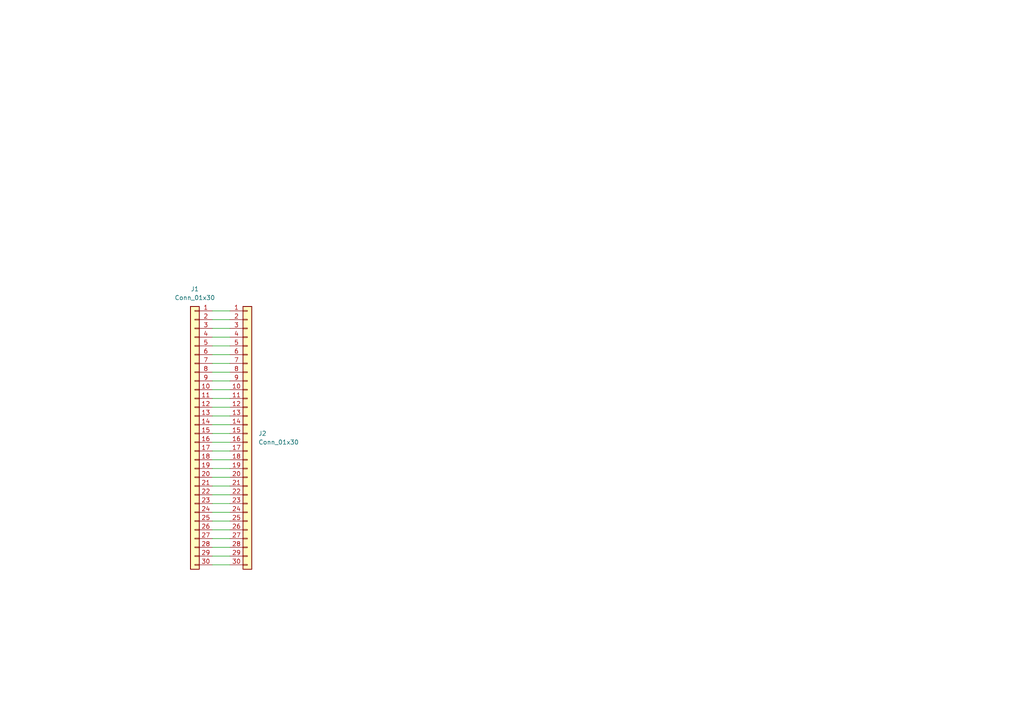
<source format=kicad_sch>
(kicad_sch (version 20211123) (generator eeschema)

  (uuid 9b0d74b7-4e6e-46e6-aad6-8c0e62e07c61)

  (paper "A4")

  (lib_symbols
    (symbol "Connector_Generic:Conn_01x30" (pin_names (offset 1.016) hide) (in_bom yes) (on_board yes)
      (property "Reference" "J" (id 0) (at 0 38.1 0)
        (effects (font (size 1.27 1.27)))
      )
      (property "Value" "Conn_01x30" (id 1) (at 0 -40.64 0)
        (effects (font (size 1.27 1.27)))
      )
      (property "Footprint" "" (id 2) (at 0 0 0)
        (effects (font (size 1.27 1.27)) hide)
      )
      (property "Datasheet" "~" (id 3) (at 0 0 0)
        (effects (font (size 1.27 1.27)) hide)
      )
      (property "ki_keywords" "connector" (id 4) (at 0 0 0)
        (effects (font (size 1.27 1.27)) hide)
      )
      (property "ki_description" "Generic connector, single row, 01x30, script generated (kicad-library-utils/schlib/autogen/connector/)" (id 5) (at 0 0 0)
        (effects (font (size 1.27 1.27)) hide)
      )
      (property "ki_fp_filters" "Connector*:*_1x??_*" (id 6) (at 0 0 0)
        (effects (font (size 1.27 1.27)) hide)
      )
      (symbol "Conn_01x30_1_1"
        (rectangle (start -1.27 -37.973) (end 0 -38.227)
          (stroke (width 0.1524) (type default) (color 0 0 0 0))
          (fill (type none))
        )
        (rectangle (start -1.27 -35.433) (end 0 -35.687)
          (stroke (width 0.1524) (type default) (color 0 0 0 0))
          (fill (type none))
        )
        (rectangle (start -1.27 -32.893) (end 0 -33.147)
          (stroke (width 0.1524) (type default) (color 0 0 0 0))
          (fill (type none))
        )
        (rectangle (start -1.27 -30.353) (end 0 -30.607)
          (stroke (width 0.1524) (type default) (color 0 0 0 0))
          (fill (type none))
        )
        (rectangle (start -1.27 -27.813) (end 0 -28.067)
          (stroke (width 0.1524) (type default) (color 0 0 0 0))
          (fill (type none))
        )
        (rectangle (start -1.27 -25.273) (end 0 -25.527)
          (stroke (width 0.1524) (type default) (color 0 0 0 0))
          (fill (type none))
        )
        (rectangle (start -1.27 -22.733) (end 0 -22.987)
          (stroke (width 0.1524) (type default) (color 0 0 0 0))
          (fill (type none))
        )
        (rectangle (start -1.27 -20.193) (end 0 -20.447)
          (stroke (width 0.1524) (type default) (color 0 0 0 0))
          (fill (type none))
        )
        (rectangle (start -1.27 -17.653) (end 0 -17.907)
          (stroke (width 0.1524) (type default) (color 0 0 0 0))
          (fill (type none))
        )
        (rectangle (start -1.27 -15.113) (end 0 -15.367)
          (stroke (width 0.1524) (type default) (color 0 0 0 0))
          (fill (type none))
        )
        (rectangle (start -1.27 -12.573) (end 0 -12.827)
          (stroke (width 0.1524) (type default) (color 0 0 0 0))
          (fill (type none))
        )
        (rectangle (start -1.27 -10.033) (end 0 -10.287)
          (stroke (width 0.1524) (type default) (color 0 0 0 0))
          (fill (type none))
        )
        (rectangle (start -1.27 -7.493) (end 0 -7.747)
          (stroke (width 0.1524) (type default) (color 0 0 0 0))
          (fill (type none))
        )
        (rectangle (start -1.27 -4.953) (end 0 -5.207)
          (stroke (width 0.1524) (type default) (color 0 0 0 0))
          (fill (type none))
        )
        (rectangle (start -1.27 -2.413) (end 0 -2.667)
          (stroke (width 0.1524) (type default) (color 0 0 0 0))
          (fill (type none))
        )
        (rectangle (start -1.27 0.127) (end 0 -0.127)
          (stroke (width 0.1524) (type default) (color 0 0 0 0))
          (fill (type none))
        )
        (rectangle (start -1.27 2.667) (end 0 2.413)
          (stroke (width 0.1524) (type default) (color 0 0 0 0))
          (fill (type none))
        )
        (rectangle (start -1.27 5.207) (end 0 4.953)
          (stroke (width 0.1524) (type default) (color 0 0 0 0))
          (fill (type none))
        )
        (rectangle (start -1.27 7.747) (end 0 7.493)
          (stroke (width 0.1524) (type default) (color 0 0 0 0))
          (fill (type none))
        )
        (rectangle (start -1.27 10.287) (end 0 10.033)
          (stroke (width 0.1524) (type default) (color 0 0 0 0))
          (fill (type none))
        )
        (rectangle (start -1.27 12.827) (end 0 12.573)
          (stroke (width 0.1524) (type default) (color 0 0 0 0))
          (fill (type none))
        )
        (rectangle (start -1.27 15.367) (end 0 15.113)
          (stroke (width 0.1524) (type default) (color 0 0 0 0))
          (fill (type none))
        )
        (rectangle (start -1.27 17.907) (end 0 17.653)
          (stroke (width 0.1524) (type default) (color 0 0 0 0))
          (fill (type none))
        )
        (rectangle (start -1.27 20.447) (end 0 20.193)
          (stroke (width 0.1524) (type default) (color 0 0 0 0))
          (fill (type none))
        )
        (rectangle (start -1.27 22.987) (end 0 22.733)
          (stroke (width 0.1524) (type default) (color 0 0 0 0))
          (fill (type none))
        )
        (rectangle (start -1.27 25.527) (end 0 25.273)
          (stroke (width 0.1524) (type default) (color 0 0 0 0))
          (fill (type none))
        )
        (rectangle (start -1.27 28.067) (end 0 27.813)
          (stroke (width 0.1524) (type default) (color 0 0 0 0))
          (fill (type none))
        )
        (rectangle (start -1.27 30.607) (end 0 30.353)
          (stroke (width 0.1524) (type default) (color 0 0 0 0))
          (fill (type none))
        )
        (rectangle (start -1.27 33.147) (end 0 32.893)
          (stroke (width 0.1524) (type default) (color 0 0 0 0))
          (fill (type none))
        )
        (rectangle (start -1.27 35.687) (end 0 35.433)
          (stroke (width 0.1524) (type default) (color 0 0 0 0))
          (fill (type none))
        )
        (rectangle (start -1.27 36.83) (end 1.27 -39.37)
          (stroke (width 0.254) (type default) (color 0 0 0 0))
          (fill (type background))
        )
        (pin passive line (at -5.08 35.56 0) (length 3.81)
          (name "Pin_1" (effects (font (size 1.27 1.27))))
          (number "1" (effects (font (size 1.27 1.27))))
        )
        (pin passive line (at -5.08 12.7 0) (length 3.81)
          (name "Pin_10" (effects (font (size 1.27 1.27))))
          (number "10" (effects (font (size 1.27 1.27))))
        )
        (pin passive line (at -5.08 10.16 0) (length 3.81)
          (name "Pin_11" (effects (font (size 1.27 1.27))))
          (number "11" (effects (font (size 1.27 1.27))))
        )
        (pin passive line (at -5.08 7.62 0) (length 3.81)
          (name "Pin_12" (effects (font (size 1.27 1.27))))
          (number "12" (effects (font (size 1.27 1.27))))
        )
        (pin passive line (at -5.08 5.08 0) (length 3.81)
          (name "Pin_13" (effects (font (size 1.27 1.27))))
          (number "13" (effects (font (size 1.27 1.27))))
        )
        (pin passive line (at -5.08 2.54 0) (length 3.81)
          (name "Pin_14" (effects (font (size 1.27 1.27))))
          (number "14" (effects (font (size 1.27 1.27))))
        )
        (pin passive line (at -5.08 0 0) (length 3.81)
          (name "Pin_15" (effects (font (size 1.27 1.27))))
          (number "15" (effects (font (size 1.27 1.27))))
        )
        (pin passive line (at -5.08 -2.54 0) (length 3.81)
          (name "Pin_16" (effects (font (size 1.27 1.27))))
          (number "16" (effects (font (size 1.27 1.27))))
        )
        (pin passive line (at -5.08 -5.08 0) (length 3.81)
          (name "Pin_17" (effects (font (size 1.27 1.27))))
          (number "17" (effects (font (size 1.27 1.27))))
        )
        (pin passive line (at -5.08 -7.62 0) (length 3.81)
          (name "Pin_18" (effects (font (size 1.27 1.27))))
          (number "18" (effects (font (size 1.27 1.27))))
        )
        (pin passive line (at -5.08 -10.16 0) (length 3.81)
          (name "Pin_19" (effects (font (size 1.27 1.27))))
          (number "19" (effects (font (size 1.27 1.27))))
        )
        (pin passive line (at -5.08 33.02 0) (length 3.81)
          (name "Pin_2" (effects (font (size 1.27 1.27))))
          (number "2" (effects (font (size 1.27 1.27))))
        )
        (pin passive line (at -5.08 -12.7 0) (length 3.81)
          (name "Pin_20" (effects (font (size 1.27 1.27))))
          (number "20" (effects (font (size 1.27 1.27))))
        )
        (pin passive line (at -5.08 -15.24 0) (length 3.81)
          (name "Pin_21" (effects (font (size 1.27 1.27))))
          (number "21" (effects (font (size 1.27 1.27))))
        )
        (pin passive line (at -5.08 -17.78 0) (length 3.81)
          (name "Pin_22" (effects (font (size 1.27 1.27))))
          (number "22" (effects (font (size 1.27 1.27))))
        )
        (pin passive line (at -5.08 -20.32 0) (length 3.81)
          (name "Pin_23" (effects (font (size 1.27 1.27))))
          (number "23" (effects (font (size 1.27 1.27))))
        )
        (pin passive line (at -5.08 -22.86 0) (length 3.81)
          (name "Pin_24" (effects (font (size 1.27 1.27))))
          (number "24" (effects (font (size 1.27 1.27))))
        )
        (pin passive line (at -5.08 -25.4 0) (length 3.81)
          (name "Pin_25" (effects (font (size 1.27 1.27))))
          (number "25" (effects (font (size 1.27 1.27))))
        )
        (pin passive line (at -5.08 -27.94 0) (length 3.81)
          (name "Pin_26" (effects (font (size 1.27 1.27))))
          (number "26" (effects (font (size 1.27 1.27))))
        )
        (pin passive line (at -5.08 -30.48 0) (length 3.81)
          (name "Pin_27" (effects (font (size 1.27 1.27))))
          (number "27" (effects (font (size 1.27 1.27))))
        )
        (pin passive line (at -5.08 -33.02 0) (length 3.81)
          (name "Pin_28" (effects (font (size 1.27 1.27))))
          (number "28" (effects (font (size 1.27 1.27))))
        )
        (pin passive line (at -5.08 -35.56 0) (length 3.81)
          (name "Pin_29" (effects (font (size 1.27 1.27))))
          (number "29" (effects (font (size 1.27 1.27))))
        )
        (pin passive line (at -5.08 30.48 0) (length 3.81)
          (name "Pin_3" (effects (font (size 1.27 1.27))))
          (number "3" (effects (font (size 1.27 1.27))))
        )
        (pin passive line (at -5.08 -38.1 0) (length 3.81)
          (name "Pin_30" (effects (font (size 1.27 1.27))))
          (number "30" (effects (font (size 1.27 1.27))))
        )
        (pin passive line (at -5.08 27.94 0) (length 3.81)
          (name "Pin_4" (effects (font (size 1.27 1.27))))
          (number "4" (effects (font (size 1.27 1.27))))
        )
        (pin passive line (at -5.08 25.4 0) (length 3.81)
          (name "Pin_5" (effects (font (size 1.27 1.27))))
          (number "5" (effects (font (size 1.27 1.27))))
        )
        (pin passive line (at -5.08 22.86 0) (length 3.81)
          (name "Pin_6" (effects (font (size 1.27 1.27))))
          (number "6" (effects (font (size 1.27 1.27))))
        )
        (pin passive line (at -5.08 20.32 0) (length 3.81)
          (name "Pin_7" (effects (font (size 1.27 1.27))))
          (number "7" (effects (font (size 1.27 1.27))))
        )
        (pin passive line (at -5.08 17.78 0) (length 3.81)
          (name "Pin_8" (effects (font (size 1.27 1.27))))
          (number "8" (effects (font (size 1.27 1.27))))
        )
        (pin passive line (at -5.08 15.24 0) (length 3.81)
          (name "Pin_9" (effects (font (size 1.27 1.27))))
          (number "9" (effects (font (size 1.27 1.27))))
        )
      )
    )
  )


  (wire (pts (xy 61.595 161.29) (xy 66.675 161.29))
    (stroke (width 0) (type default) (color 0 0 0 0))
    (uuid 0a77d111-dac3-427c-bfeb-5b69b518272e)
  )
  (wire (pts (xy 61.595 163.83) (xy 66.675 163.83))
    (stroke (width 0) (type default) (color 0 0 0 0))
    (uuid 0cc291a4-2303-4c33-aeeb-f09c43bb1c2d)
  )
  (wire (pts (xy 61.595 148.59) (xy 66.675 148.59))
    (stroke (width 0) (type default) (color 0 0 0 0))
    (uuid 1eda3d7b-1dbf-4e0e-94cb-417ba827b5af)
  )
  (wire (pts (xy 61.595 105.41) (xy 66.675 105.41))
    (stroke (width 0) (type default) (color 0 0 0 0))
    (uuid 35feae79-f48d-4d75-92bf-10ff377b5182)
  )
  (wire (pts (xy 61.595 92.71) (xy 66.675 92.71))
    (stroke (width 0) (type default) (color 0 0 0 0))
    (uuid 38be77e3-b976-43ff-b198-909f7fbdb227)
  )
  (wire (pts (xy 61.595 156.21) (xy 66.675 156.21))
    (stroke (width 0) (type default) (color 0 0 0 0))
    (uuid 3a654896-c68e-4f64-a928-03fde3aaabcf)
  )
  (wire (pts (xy 61.595 113.03) (xy 66.675 113.03))
    (stroke (width 0) (type default) (color 0 0 0 0))
    (uuid 45296762-6515-4596-9333-b3aaf12517c6)
  )
  (wire (pts (xy 61.595 130.81) (xy 66.675 130.81))
    (stroke (width 0) (type default) (color 0 0 0 0))
    (uuid 4831428b-150e-411c-b6cb-2f08bd7097a4)
  )
  (wire (pts (xy 61.595 100.33) (xy 66.675 100.33))
    (stroke (width 0) (type default) (color 0 0 0 0))
    (uuid 4f01aebc-b78c-4710-bbf3-d0e5d74e6966)
  )
  (wire (pts (xy 61.595 115.57) (xy 66.675 115.57))
    (stroke (width 0) (type default) (color 0 0 0 0))
    (uuid 50e2c346-2331-4e05-8ceb-6e146ab61592)
  )
  (wire (pts (xy 61.595 125.73) (xy 66.675 125.73))
    (stroke (width 0) (type default) (color 0 0 0 0))
    (uuid 69261048-20f2-435b-955c-9ee0706cc7d2)
  )
  (wire (pts (xy 61.595 153.67) (xy 66.675 153.67))
    (stroke (width 0) (type default) (color 0 0 0 0))
    (uuid 6bbfe668-cec9-48b4-aa1b-d5a1eb5d8d7d)
  )
  (wire (pts (xy 61.595 146.05) (xy 66.675 146.05))
    (stroke (width 0) (type default) (color 0 0 0 0))
    (uuid 6e74a0f1-3d76-48de-bf73-480a2c1d23ff)
  )
  (wire (pts (xy 61.595 135.89) (xy 66.675 135.89))
    (stroke (width 0) (type default) (color 0 0 0 0))
    (uuid 732a5b57-d759-4a21-b784-b1f913d82a56)
  )
  (wire (pts (xy 61.595 120.65) (xy 66.675 120.65))
    (stroke (width 0) (type default) (color 0 0 0 0))
    (uuid 7594f4ee-5c17-492f-984a-48f8c6740574)
  )
  (wire (pts (xy 61.595 123.19) (xy 66.675 123.19))
    (stroke (width 0) (type default) (color 0 0 0 0))
    (uuid 7a94c80d-8b68-4fa5-a7dc-36fae752b932)
  )
  (wire (pts (xy 61.595 138.43) (xy 66.675 138.43))
    (stroke (width 0) (type default) (color 0 0 0 0))
    (uuid 8ad51269-b805-4ec4-99ff-82c576579b4b)
  )
  (wire (pts (xy 61.595 107.95) (xy 66.675 107.95))
    (stroke (width 0) (type default) (color 0 0 0 0))
    (uuid 980db7bf-d0da-4c12-acad-787f44c67520)
  )
  (wire (pts (xy 61.595 151.13) (xy 66.675 151.13))
    (stroke (width 0) (type default) (color 0 0 0 0))
    (uuid 9c449cd2-98e2-4b85-b5e0-b2f59ed9b719)
  )
  (wire (pts (xy 61.595 90.17) (xy 66.675 90.17))
    (stroke (width 0) (type default) (color 0 0 0 0))
    (uuid a4228706-b2c6-45e9-9028-6537cd69a466)
  )
  (wire (pts (xy 61.595 140.97) (xy 66.675 140.97))
    (stroke (width 0) (type default) (color 0 0 0 0))
    (uuid a5ae8a35-8ea3-4e55-9056-9d4ab68fae80)
  )
  (wire (pts (xy 61.595 118.11) (xy 66.675 118.11))
    (stroke (width 0) (type default) (color 0 0 0 0))
    (uuid ae702ad7-6a4a-4de1-9117-885ebb40042a)
  )
  (wire (pts (xy 61.595 95.25) (xy 66.675 95.25))
    (stroke (width 0) (type default) (color 0 0 0 0))
    (uuid b865a13f-61d0-4885-824a-64ff4ba03b4c)
  )
  (wire (pts (xy 61.595 133.35) (xy 66.675 133.35))
    (stroke (width 0) (type default) (color 0 0 0 0))
    (uuid c71d7925-02e4-4527-8a87-03f946197a59)
  )
  (wire (pts (xy 61.595 143.51) (xy 66.675 143.51))
    (stroke (width 0) (type default) (color 0 0 0 0))
    (uuid cc17873e-07e9-4b2b-9314-f055f2b4a6d8)
  )
  (wire (pts (xy 61.595 102.87) (xy 66.675 102.87))
    (stroke (width 0) (type default) (color 0 0 0 0))
    (uuid e8aa3292-a7a7-4d11-807a-9dfa5259ec84)
  )
  (wire (pts (xy 61.595 128.27) (xy 66.675 128.27))
    (stroke (width 0) (type default) (color 0 0 0 0))
    (uuid e9dbc73b-c049-4748-9e5a-f4b569b2b7e7)
  )
  (wire (pts (xy 61.595 97.79) (xy 66.675 97.79))
    (stroke (width 0) (type default) (color 0 0 0 0))
    (uuid eed24550-f885-4f18-818b-f8b08aa82c15)
  )
  (wire (pts (xy 61.595 110.49) (xy 66.675 110.49))
    (stroke (width 0) (type default) (color 0 0 0 0))
    (uuid ef50c13e-773f-446f-8425-06b5569f28cd)
  )
  (wire (pts (xy 61.595 158.75) (xy 66.675 158.75))
    (stroke (width 0) (type default) (color 0 0 0 0))
    (uuid f2026f3b-9d16-418e-a7c1-1f5e0360d0ad)
  )

  (symbol (lib_id "Connector_Generic:Conn_01x30") (at 71.755 125.73 0) (unit 1)
    (in_bom yes) (on_board yes) (fields_autoplaced)
    (uuid 9c6f741a-8702-443c-af49-ed45fcf73115)
    (property "Reference" "J2" (id 0) (at 74.93 125.7299 0)
      (effects (font (size 1.27 1.27)) (justify left))
    )
    (property "Value" "Conn_01x30" (id 1) (at 74.93 128.2699 0)
      (effects (font (size 1.27 1.27)) (justify left))
    )
    (property "Footprint" "Connector_PinSocket_2.54mm:PinSocket_2x15_P2.54mm_Vertical" (id 2) (at 71.755 125.73 0)
      (effects (font (size 1.27 1.27)) hide)
    )
    (property "Datasheet" "~" (id 3) (at 71.755 125.73 0)
      (effects (font (size 1.27 1.27)) hide)
    )
    (pin "1" (uuid 62094148-4579-404a-a268-cbd368c9b9bd))
    (pin "10" (uuid 2502283e-a1c7-4430-891a-1a433ba2f17e))
    (pin "11" (uuid 3fc61d0a-1ed4-41fd-9315-645e9680801a))
    (pin "12" (uuid fefc19c7-2985-4505-96b3-ac7de71073b0))
    (pin "13" (uuid 76cac59c-2a3a-4f8a-832c-0c5d9caf6932))
    (pin "14" (uuid 49a2fc6e-510a-4790-8ab7-a3ed3bb06371))
    (pin "15" (uuid e678da0c-2f0b-4a69-90a2-b0add011e778))
    (pin "16" (uuid 6a32778d-a17f-4e39-968e-910e49d3d198))
    (pin "17" (uuid 1131288d-1f99-4da9-b72b-69156fe3d80c))
    (pin "18" (uuid a6f0a1c0-b41c-4baa-8563-30521f949f98))
    (pin "19" (uuid df8f5cd3-6297-4bcf-8cac-bfede93e618c))
    (pin "2" (uuid 60005dd0-de49-4632-911b-278fe8b2eede))
    (pin "20" (uuid c7887059-3a1a-46b2-af58-014ca66dc2eb))
    (pin "21" (uuid 0216ce77-1f56-4bf2-b038-5e6878b4b67a))
    (pin "22" (uuid 04931337-75e5-4c1e-924b-2d1778b980b4))
    (pin "23" (uuid 365410fe-cfed-4ac3-ae96-90cd1259308b))
    (pin "24" (uuid cfd4f718-824b-464c-b3b2-2ddffbbc098d))
    (pin "25" (uuid be343f87-2c08-4dd8-8bc8-904e3f0f5207))
    (pin "26" (uuid e45ad33e-216a-4adf-81e7-f73341ec654a))
    (pin "27" (uuid fd8c284e-2879-4e69-9591-f4aa168ea3ab))
    (pin "28" (uuid 7567e5ec-3ac3-4131-bc5b-bc2bf21fdc33))
    (pin "29" (uuid 2572f5c4-ab33-4975-bd7e-de0c63b845a0))
    (pin "3" (uuid ad0e8438-91c3-4d75-8222-23de38bbff78))
    (pin "30" (uuid 1c0657c2-b9ee-488f-bd8c-516103a35f16))
    (pin "4" (uuid e88c53df-c2eb-4acf-8d4d-66a4973825a4))
    (pin "5" (uuid 61a04fbb-347c-4ae6-af11-2729e5614107))
    (pin "6" (uuid b5bef054-1738-437f-bf67-4f5d2805c28a))
    (pin "7" (uuid bcb3e957-8d73-414b-be5f-eb5c8dbc8f21))
    (pin "8" (uuid e060e7f0-0eb6-4e46-8e1e-56290c63be36))
    (pin "9" (uuid 60f21d6b-34fb-4ab5-8445-dc39c49c9976))
  )

  (symbol (lib_id "Connector_Generic:Conn_01x30") (at 56.515 125.73 0) (mirror y) (unit 1)
    (in_bom yes) (on_board yes) (fields_autoplaced)
    (uuid cb81b75a-df57-4cf6-9f4e-0a80b4bc8843)
    (property "Reference" "J1" (id 0) (at 56.515 83.82 0))
    (property "Value" "Conn_01x30" (id 1) (at 56.515 86.36 0))
    (property "Footprint" "Connector_FFC-FPC:Hirose_FH12-30S-0.5SH_1x30-1MP_P0.50mm_Horizontal" (id 2) (at 56.515 125.73 0)
      (effects (font (size 1.27 1.27)) hide)
    )
    (property "Datasheet" "~" (id 3) (at 56.515 125.73 0)
      (effects (font (size 1.27 1.27)) hide)
    )
    (property "LCSC" "C506793" (id 4) (at 56.515 125.73 0)
      (effects (font (size 1.27 1.27)) hide)
    )
    (pin "1" (uuid 9f7d08b0-6487-448b-86df-a74a1d849c1c))
    (pin "10" (uuid d2a2b2ae-21a2-43c0-8339-8b50e2c96fd5))
    (pin "11" (uuid e6b9672d-20ff-4b72-a174-75b2172a8e96))
    (pin "12" (uuid b3663ae8-5a68-4b14-a4e2-bb087dcdab9a))
    (pin "13" (uuid a02ef01a-fd38-4d4d-a8db-aef87b96b1f2))
    (pin "14" (uuid cb7c8fe6-1cfb-4f75-b79f-7182147dface))
    (pin "15" (uuid 029f4a5b-9cbd-410b-a941-4af61884b36b))
    (pin "16" (uuid ebec3c3d-e9b7-4552-9389-9f403eb068c2))
    (pin "17" (uuid c7ff303e-9cca-461b-9258-21eeab04997b))
    (pin "18" (uuid 0d7f9530-acfb-4aa8-a106-e096c6818d15))
    (pin "19" (uuid a40fbcb0-aac3-4967-8d25-49029d168fd3))
    (pin "2" (uuid 5c7f1c3c-3515-431a-8ced-d5c2ce58eade))
    (pin "20" (uuid 8d9fb2a8-4c81-4a3d-89d4-4331bc8a6541))
    (pin "21" (uuid 62a0e5ac-bbc0-4b17-9f2d-f266af2c58c8))
    (pin "22" (uuid 2c1b8626-f52d-4320-bb5e-83036942d37f))
    (pin "23" (uuid 449612c3-9cf2-48da-acc8-8d4fe69d734b))
    (pin "24" (uuid 88f3314d-18e0-4445-8343-9b218a49f248))
    (pin "25" (uuid 044303af-9e28-43a4-91d8-a1f9e597d341))
    (pin "26" (uuid d1f7e28e-5e79-4d26-a153-c4cc4d63d0a1))
    (pin "27" (uuid 6224ceff-0059-49c9-9b72-246ef3020b3c))
    (pin "28" (uuid e7619b98-5d93-4b6b-84eb-1e9fee96d353))
    (pin "29" (uuid 721b428f-a25d-4253-883b-f8687d0f53df))
    (pin "3" (uuid 679f6503-1247-44d2-965d-92cf4183b77a))
    (pin "30" (uuid dbdcfaa5-ed1b-423a-bb01-81f2beb5430b))
    (pin "4" (uuid 78953180-ca7b-40ba-a16c-c7182b0353e2))
    (pin "5" (uuid 30732579-4ef5-421b-9be2-9bdb1445155c))
    (pin "6" (uuid 6947d139-1046-4a1a-a641-7fb102430b62))
    (pin "7" (uuid 2f76a41b-67fe-49ce-84c8-d0ee64ead458))
    (pin "8" (uuid 558b1ab9-c14e-4cad-87a5-ac71a6c2c043))
    (pin "9" (uuid dc32206c-2186-4fc5-8f38-09f3bbd8574e))
  )

  (sheet_instances
    (path "/" (page "1"))
  )

  (symbol_instances
    (path "/cb81b75a-df57-4cf6-9f4e-0a80b4bc8843"
      (reference "J1") (unit 1) (value "Conn_01x30") (footprint "Connector_FFC-FPC:Hirose_FH12-30S-0.5SH_1x30-1MP_P0.50mm_Horizontal")
    )
    (path "/9c6f741a-8702-443c-af49-ed45fcf73115"
      (reference "J2") (unit 1) (value "Conn_01x30") (footprint "Connector_PinSocket_2.54mm:PinSocket_2x15_P2.54mm_Vertical")
    )
  )
)

</source>
